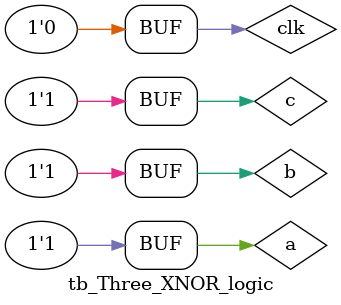
<source format=sv>
module tb_Three_XNOR_logic();
	
	logic clk, a, b, c;
	Three_XNOR_logic dut(a,b,c,y); //dut : device under test
	
	always begin
		clk = 1; #5;
		clk = 0; #5;
	end
	
	initial begin
		a = 0; b = 0; c = 0; #10;
		a = 0; b = 0; c = 1; #10;
		a = 0; b = 1; c = 0; #10;
		a = 0; b = 1; c = 1; #10;
		a = 1; b = 0; c = 0; #10;
		a = 1; b = 0; c = 1; #10;
		a = 1; b = 1; c = 0; #10;
		a = 1; b = 1; c = 1; #10;
	end
endmodule
</source>
